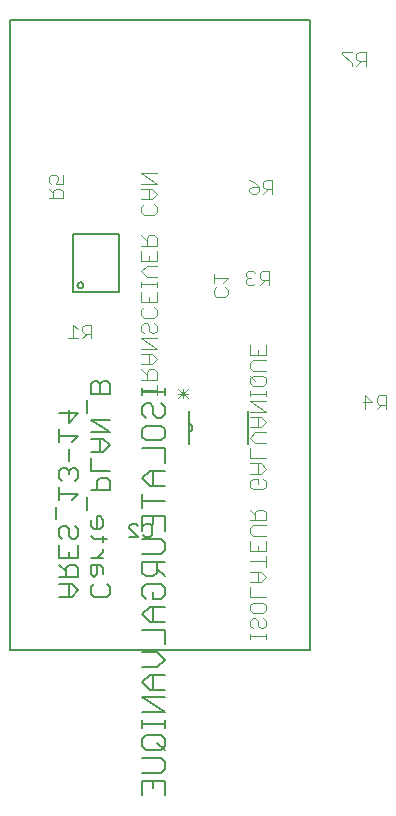
<source format=gbo>
G75*
%MOIN*%
%OFA0B0*%
%FSLAX24Y24*%
%IPPOS*%
%LPD*%
%AMOC8*
5,1,8,0,0,1.08239X$1,22.5*
%
%ADD10C,0.0060*%
%ADD11C,0.0040*%
%ADD12C,0.0050*%
%ADD13C,0.0030*%
%ADD14C,0.0080*%
D10*
X008328Y010233D02*
X008328Y010660D01*
X008435Y010878D02*
X008435Y011305D01*
X008435Y011091D02*
X009076Y011091D01*
X008862Y010878D01*
X009378Y010983D02*
X009378Y010555D01*
X009485Y010231D02*
X009485Y010018D01*
X009592Y009911D01*
X009805Y009911D01*
X009912Y010018D01*
X009912Y010231D01*
X009805Y010338D01*
X009699Y010338D01*
X009699Y009911D01*
X009912Y009695D02*
X009912Y009481D01*
X010019Y009588D02*
X009592Y009588D01*
X009485Y009695D01*
X009076Y009695D02*
X008969Y009589D01*
X008862Y009589D01*
X008755Y009695D01*
X008755Y009909D01*
X008649Y010016D01*
X008542Y010016D01*
X008435Y009909D01*
X008435Y009695D01*
X008542Y009589D01*
X008435Y009371D02*
X008435Y008944D01*
X009076Y008944D01*
X009076Y009371D01*
X009076Y009695D02*
X009076Y009909D01*
X008969Y010016D01*
X008755Y009158D02*
X008755Y008944D01*
X008755Y008727D02*
X008649Y008620D01*
X008649Y008300D01*
X008649Y008513D02*
X008435Y008727D01*
X008755Y008727D02*
X008969Y008727D01*
X009076Y008620D01*
X009076Y008300D01*
X008435Y008300D01*
X008435Y008082D02*
X008862Y008082D01*
X009076Y007869D01*
X008862Y007655D01*
X008435Y007655D01*
X008755Y007655D02*
X008755Y008082D01*
X009485Y007975D02*
X009485Y007762D01*
X009592Y007655D01*
X010019Y007655D01*
X010126Y007762D01*
X010126Y007975D01*
X010019Y008082D01*
X009912Y008406D02*
X009912Y008620D01*
X009805Y008727D01*
X009485Y008727D01*
X009485Y008406D01*
X009592Y008300D01*
X009699Y008406D01*
X009699Y008727D01*
X009699Y008944D02*
X009912Y009158D01*
X009912Y009264D01*
X009912Y008944D02*
X009485Y008944D01*
X009592Y008082D02*
X009485Y007975D01*
X009485Y011200D02*
X010126Y011200D01*
X010126Y011520D01*
X010019Y011627D01*
X009805Y011627D01*
X009699Y011520D01*
X009699Y011200D01*
X009485Y011845D02*
X009485Y012272D01*
X009485Y012489D02*
X009912Y012489D01*
X010126Y012703D01*
X009912Y012916D01*
X009485Y012916D01*
X009485Y013134D02*
X010126Y013134D01*
X009485Y013561D01*
X010126Y013561D01*
X009805Y012916D02*
X009805Y012489D01*
X010126Y011845D02*
X009485Y011845D01*
X009076Y011843D02*
X008969Y011949D01*
X008862Y011949D01*
X008755Y011843D01*
X008649Y011949D01*
X008542Y011949D01*
X008435Y011843D01*
X008435Y011629D01*
X008542Y011522D01*
X008755Y011736D02*
X008755Y011843D01*
X008755Y012167D02*
X008755Y012594D01*
X008862Y012811D02*
X009076Y013025D01*
X008435Y013025D01*
X008435Y013238D02*
X008435Y012811D01*
X008755Y013456D02*
X008755Y013883D01*
X008435Y013776D02*
X009076Y013776D01*
X008755Y013456D01*
X009378Y013778D02*
X009378Y014205D01*
X009485Y014423D02*
X009485Y014743D01*
X009592Y014850D01*
X009699Y014850D01*
X009805Y014743D01*
X009805Y014423D01*
X009485Y014423D02*
X010126Y014423D01*
X010126Y014743D01*
X010019Y014850D01*
X009912Y014850D01*
X009805Y014743D01*
X009076Y011843D02*
X009076Y011629D01*
X008969Y011522D01*
X012760Y012758D02*
X012760Y013178D01*
X012760Y013418D01*
X012760Y013838D01*
X012760Y013418D02*
X012781Y013416D01*
X012801Y013411D01*
X012820Y013402D01*
X012837Y013390D01*
X012852Y013375D01*
X012864Y013358D01*
X012873Y013339D01*
X012878Y013319D01*
X012880Y013298D01*
X012878Y013277D01*
X012873Y013257D01*
X012864Y013238D01*
X012852Y013221D01*
X012837Y013206D01*
X012820Y013194D01*
X012801Y013185D01*
X012781Y013180D01*
X012760Y013178D01*
X014720Y012758D02*
X014720Y013838D01*
D11*
X014806Y013821D02*
X015326Y013821D01*
X014806Y014168D01*
X015326Y014168D01*
X015326Y014337D02*
X015326Y014510D01*
X015326Y014424D02*
X014806Y014424D01*
X014806Y014510D02*
X014806Y014337D01*
X014893Y014681D02*
X014806Y014767D01*
X014806Y014941D01*
X014893Y015028D01*
X015240Y015028D01*
X015326Y014941D01*
X015326Y014767D01*
X015240Y014681D01*
X014893Y014681D01*
X014979Y014854D02*
X014806Y015028D01*
X014893Y015196D02*
X014806Y015283D01*
X014806Y015457D01*
X014893Y015543D01*
X015326Y015543D01*
X015326Y015712D02*
X014806Y015712D01*
X014806Y016059D01*
X015066Y015886D02*
X015066Y015712D01*
X015326Y015712D02*
X015326Y016059D01*
X015326Y015196D02*
X014893Y015196D01*
X014806Y013653D02*
X015153Y013653D01*
X015326Y013479D01*
X015153Y013306D01*
X014806Y013306D01*
X014979Y013137D02*
X014806Y012964D01*
X014979Y012790D01*
X015326Y012790D01*
X015326Y013137D02*
X014979Y013137D01*
X015066Y013306D02*
X015066Y013653D01*
X014806Y012621D02*
X014806Y012274D01*
X015326Y012274D01*
X015153Y012106D02*
X014806Y012106D01*
X015066Y012106D02*
X015066Y011759D01*
X015153Y011759D02*
X015326Y011932D01*
X015153Y012106D01*
X015153Y011759D02*
X014806Y011759D01*
X014893Y011590D02*
X015066Y011590D01*
X015066Y011417D01*
X014893Y011590D02*
X014806Y011503D01*
X014806Y011330D01*
X014893Y011243D01*
X015240Y011243D01*
X015326Y011330D01*
X015326Y011503D01*
X015240Y011590D01*
X015240Y010559D02*
X015066Y010559D01*
X014979Y010472D01*
X014979Y010212D01*
X014806Y010212D02*
X015326Y010212D01*
X015326Y010472D01*
X015240Y010559D01*
X014979Y010385D02*
X014806Y010559D01*
X014893Y010043D02*
X015326Y010043D01*
X015326Y009696D02*
X014893Y009696D01*
X014806Y009783D01*
X014806Y009956D01*
X014893Y010043D01*
X014806Y009528D02*
X014806Y009181D01*
X015326Y009181D01*
X015326Y009528D01*
X015066Y009354D02*
X015066Y009181D01*
X015326Y009012D02*
X015326Y008665D01*
X015326Y008838D02*
X014806Y008838D01*
X014806Y008496D02*
X015153Y008496D01*
X015326Y008323D01*
X015153Y008149D01*
X014806Y008149D01*
X014806Y007981D02*
X014806Y007634D01*
X015326Y007634D01*
X015240Y007465D02*
X015326Y007378D01*
X015326Y007205D01*
X015240Y007118D01*
X014893Y007118D01*
X014806Y007205D01*
X014806Y007378D01*
X014893Y007465D01*
X015240Y007465D01*
X015240Y006949D02*
X015326Y006863D01*
X015326Y006689D01*
X015240Y006602D01*
X015153Y006602D01*
X015066Y006689D01*
X015066Y006863D01*
X014979Y006949D01*
X014893Y006949D01*
X014806Y006863D01*
X014806Y006689D01*
X014893Y006602D01*
X014806Y006432D02*
X014806Y006259D01*
X014806Y006345D02*
X015326Y006345D01*
X015326Y006259D02*
X015326Y006432D01*
X015066Y008149D02*
X015066Y008496D01*
X018641Y013909D02*
X018641Y014369D01*
X018871Y014139D01*
X018565Y014139D01*
X019025Y014139D02*
X019102Y014062D01*
X019332Y014062D01*
X019332Y013909D02*
X019332Y014369D01*
X019102Y014369D01*
X019025Y014292D01*
X019025Y014139D01*
X019178Y014062D02*
X019025Y013909D01*
X015434Y018054D02*
X015434Y018515D01*
X015204Y018515D01*
X015127Y018438D01*
X015127Y018285D01*
X015204Y018208D01*
X015434Y018208D01*
X015281Y018208D02*
X015127Y018054D01*
X014974Y018131D02*
X014897Y018054D01*
X014744Y018054D01*
X014667Y018131D01*
X014667Y018208D01*
X014744Y018285D01*
X014820Y018285D01*
X014744Y018285D02*
X014667Y018361D01*
X014667Y018438D01*
X014744Y018515D01*
X014897Y018515D01*
X014974Y018438D01*
X014051Y018279D02*
X013590Y018279D01*
X013590Y018432D02*
X013590Y018125D01*
X013667Y017972D02*
X013590Y017895D01*
X013590Y017741D01*
X013667Y017665D01*
X013974Y017665D01*
X014051Y017741D01*
X014051Y017895D01*
X013974Y017972D01*
X013897Y018125D02*
X014051Y018279D01*
X014853Y021098D02*
X014777Y021175D01*
X014777Y021251D01*
X014853Y021328D01*
X015084Y021328D01*
X015084Y021175D01*
X015007Y021098D01*
X014853Y021098D01*
X015084Y021328D02*
X014930Y021481D01*
X014777Y021558D01*
X015237Y021481D02*
X015237Y021328D01*
X015314Y021251D01*
X015544Y021251D01*
X015544Y021098D02*
X015544Y021558D01*
X015314Y021558D01*
X015237Y021481D01*
X015390Y021251D02*
X015237Y021098D01*
X018186Y025358D02*
X018186Y025434D01*
X017879Y025741D01*
X017879Y025818D01*
X018186Y025818D01*
X018340Y025741D02*
X018340Y025588D01*
X018417Y025511D01*
X018647Y025511D01*
X018647Y025358D02*
X018647Y025818D01*
X018417Y025818D01*
X018340Y025741D01*
X018493Y025511D02*
X018340Y025358D01*
X011696Y021768D02*
X011176Y021768D01*
X011696Y021421D01*
X011176Y021421D01*
X011176Y021252D02*
X011523Y021252D01*
X011696Y021079D01*
X011523Y020905D01*
X011176Y020905D01*
X011263Y020736D02*
X011176Y020650D01*
X011176Y020476D01*
X011263Y020389D01*
X011610Y020389D01*
X011696Y020476D01*
X011696Y020650D01*
X011610Y020736D01*
X011436Y020905D02*
X011436Y021252D01*
X011436Y019705D02*
X011349Y019618D01*
X011349Y019358D01*
X011176Y019358D02*
X011696Y019358D01*
X011696Y019618D01*
X011610Y019705D01*
X011436Y019705D01*
X011349Y019532D02*
X011176Y019705D01*
X011176Y019189D02*
X011176Y018843D01*
X011696Y018843D01*
X011696Y019189D01*
X011436Y019016D02*
X011436Y018843D01*
X011349Y018674D02*
X011176Y018500D01*
X011349Y018327D01*
X011696Y018327D01*
X011696Y018157D02*
X011696Y017983D01*
X011696Y018070D02*
X011176Y018070D01*
X011176Y017983D02*
X011176Y018157D01*
X011176Y017814D02*
X011176Y017467D01*
X011696Y017467D01*
X011696Y017814D01*
X011610Y017299D02*
X011696Y017212D01*
X011696Y017039D01*
X011610Y016952D01*
X011263Y016952D01*
X011176Y017039D01*
X011176Y017212D01*
X011263Y017299D01*
X011436Y017467D02*
X011436Y017641D01*
X011349Y016783D02*
X011263Y016783D01*
X011176Y016696D01*
X011176Y016523D01*
X011263Y016436D01*
X011176Y016268D02*
X011696Y016268D01*
X011610Y016436D02*
X011523Y016436D01*
X011436Y016523D01*
X011436Y016696D01*
X011349Y016783D01*
X011610Y016783D02*
X011696Y016696D01*
X011696Y016523D01*
X011610Y016436D01*
X011176Y016268D02*
X011696Y015921D01*
X011176Y015921D01*
X011176Y015752D02*
X011523Y015752D01*
X011696Y015578D01*
X011523Y015405D01*
X011176Y015405D01*
X011176Y015236D02*
X011349Y015063D01*
X011349Y015149D02*
X011349Y014889D01*
X011176Y014889D02*
X011696Y014889D01*
X011696Y015149D01*
X011610Y015236D01*
X011436Y015236D01*
X011349Y015149D01*
X011436Y015405D02*
X011436Y015752D01*
X011696Y014721D02*
X011696Y014374D01*
X011696Y014547D02*
X011176Y014547D01*
X009513Y016271D02*
X009513Y016731D01*
X009283Y016731D01*
X009206Y016655D01*
X009206Y016501D01*
X009283Y016424D01*
X009513Y016424D01*
X009359Y016424D02*
X009206Y016271D01*
X009053Y016271D02*
X008746Y016271D01*
X008899Y016271D02*
X008899Y016731D01*
X009053Y016578D01*
X011349Y018674D02*
X011696Y018674D01*
X008551Y020957D02*
X008551Y021187D01*
X008474Y021263D01*
X008321Y021263D01*
X008244Y021187D01*
X008244Y020957D01*
X008244Y021110D02*
X008090Y021263D01*
X008167Y021417D02*
X008090Y021494D01*
X008090Y021647D01*
X008167Y021724D01*
X008321Y021724D01*
X008397Y021647D01*
X008397Y021570D01*
X008321Y021417D01*
X008551Y021417D01*
X008551Y021724D01*
X008551Y020957D02*
X008090Y020957D01*
D12*
X006803Y026889D02*
X006803Y005889D01*
X016803Y005889D01*
X016803Y026889D01*
X006803Y026889D01*
X008898Y019753D02*
X008898Y017823D01*
X010438Y017823D01*
X010438Y019753D01*
X008898Y019753D01*
X009045Y018038D02*
X009047Y018058D01*
X009053Y018076D01*
X009062Y018094D01*
X009074Y018109D01*
X009089Y018121D01*
X009107Y018130D01*
X009125Y018136D01*
X009145Y018138D01*
X009165Y018136D01*
X009183Y018130D01*
X009201Y018121D01*
X009216Y018109D01*
X009228Y018094D01*
X009237Y018076D01*
X009243Y018058D01*
X009245Y018038D01*
X009243Y018018D01*
X009237Y018000D01*
X009228Y017982D01*
X009216Y017967D01*
X009201Y017955D01*
X009183Y017946D01*
X009165Y017940D01*
X009145Y017938D01*
X009125Y017940D01*
X009107Y017946D01*
X009089Y017955D01*
X009074Y017967D01*
X009062Y017982D01*
X009053Y018000D01*
X009047Y018018D01*
X009045Y018038D01*
D13*
X012413Y014583D02*
X012726Y014270D01*
X012726Y014426D02*
X012413Y014426D01*
X012413Y014270D02*
X012726Y014583D01*
X012569Y014583D02*
X012569Y014270D01*
D14*
X011950Y014371D02*
X011950Y014618D01*
X011950Y014495D02*
X011209Y014495D01*
X011209Y014618D02*
X011209Y014371D01*
X011332Y014115D02*
X011209Y013991D01*
X011209Y013745D01*
X011332Y013621D01*
X011332Y013360D02*
X011209Y013236D01*
X011209Y012990D01*
X011332Y012866D01*
X011826Y012866D01*
X011950Y012990D01*
X011950Y013236D01*
X011826Y013360D01*
X011332Y013360D01*
X011703Y013621D02*
X011579Y013745D01*
X011579Y013991D01*
X011456Y014115D01*
X011332Y014115D01*
X011826Y014115D02*
X011950Y013991D01*
X011950Y013745D01*
X011826Y013621D01*
X011703Y013621D01*
X011950Y012605D02*
X011209Y012605D01*
X011456Y011850D02*
X011209Y011603D01*
X011456Y011356D01*
X011950Y011356D01*
X011950Y011850D02*
X011456Y011850D01*
X011579Y011850D02*
X011579Y011356D01*
X011209Y011095D02*
X011209Y010601D01*
X011209Y010848D02*
X011950Y010848D01*
X011950Y010340D02*
X011950Y009846D01*
X011826Y009585D02*
X011950Y009461D01*
X011950Y009214D01*
X011826Y009091D01*
X011209Y009091D01*
X011209Y008830D02*
X011209Y008459D01*
X011332Y008336D01*
X011579Y008336D01*
X011703Y008459D01*
X011703Y008830D01*
X011950Y008830D02*
X011209Y008830D01*
X011209Y009585D02*
X011826Y009585D01*
X011518Y009730D02*
X011448Y009660D01*
X011308Y009660D01*
X011238Y009730D01*
X011209Y009846D02*
X011209Y010340D01*
X011950Y010340D01*
X011579Y010340D02*
X011579Y010093D01*
X011518Y010010D02*
X011518Y009730D01*
X011518Y010010D02*
X011448Y010080D01*
X011308Y010080D01*
X011238Y010010D01*
X011058Y010010D02*
X010988Y010080D01*
X010848Y010080D01*
X010778Y010010D01*
X010778Y009940D01*
X011058Y009660D01*
X010778Y009660D01*
X011703Y008583D02*
X011950Y008336D01*
X011826Y008075D02*
X011950Y007951D01*
X011950Y007704D01*
X011826Y007581D01*
X011579Y007581D01*
X011579Y007828D01*
X011332Y008075D02*
X011826Y008075D01*
X011332Y008075D02*
X011209Y007951D01*
X011209Y007704D01*
X011332Y007581D01*
X011456Y007319D02*
X011209Y007073D01*
X011456Y006826D01*
X011950Y006826D01*
X011950Y006564D02*
X011950Y006071D01*
X011703Y005809D02*
X011950Y005563D01*
X011703Y005316D01*
X011209Y005316D01*
X011456Y005054D02*
X011209Y004807D01*
X011456Y004561D01*
X011950Y004561D01*
X011950Y004299D02*
X011209Y004299D01*
X011950Y003806D01*
X011209Y003806D01*
X011209Y003544D02*
X011209Y003297D01*
X011209Y003421D02*
X011950Y003421D01*
X011950Y003544D02*
X011950Y003297D01*
X011826Y003041D02*
X011950Y002917D01*
X011950Y002671D01*
X011826Y002547D01*
X011332Y002547D01*
X011209Y002671D01*
X011209Y002917D01*
X011332Y003041D01*
X011826Y003041D01*
X011703Y002794D02*
X011950Y002547D01*
X011826Y002286D02*
X011950Y002162D01*
X011950Y001916D01*
X011826Y001792D01*
X011209Y001792D01*
X011209Y001531D02*
X011950Y001531D01*
X011950Y001037D01*
X011579Y001284D02*
X011579Y001531D01*
X011209Y001531D02*
X011209Y001037D01*
X011209Y002286D02*
X011826Y002286D01*
X011579Y004561D02*
X011579Y005054D01*
X011456Y005054D02*
X011950Y005054D01*
X011703Y005809D02*
X011209Y005809D01*
X011209Y006564D02*
X011950Y006564D01*
X011579Y006826D02*
X011579Y007319D01*
X011456Y007319D02*
X011950Y007319D01*
X011950Y012111D02*
X011950Y012605D01*
M02*

</source>
